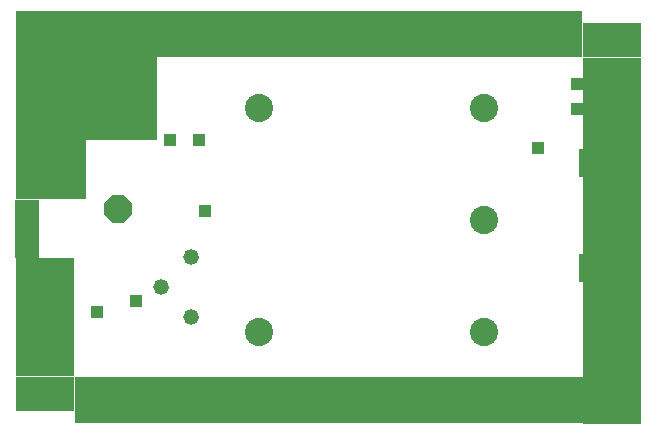
<source format=gbs>
G75*
G70*
%OFA0B0*%
%FSLAX24Y24*%
%IPPOS*%
%LPD*%
%AMOC8*
5,1,8,0,0,1.08239X$1,22.5*
%
%ADD10R,0.3150X0.3543*%
%ADD11R,1.8898X0.1575*%
%ADD12R,0.1969X0.1181*%
%ADD13R,0.1969X1.2205*%
%ADD14R,0.1969X0.3937*%
%ADD15R,0.0787X0.1969*%
%ADD16R,0.2362X0.4724*%
%ADD17R,0.2080X0.0980*%
%ADD18C,0.0940*%
%ADD19OC8,0.0930*%
%ADD20C,0.0520*%
%ADD21R,0.0437X0.0437*%
D10*
X009981Y015257D03*
D11*
X016280Y017029D03*
X018248Y004824D03*
D12*
X007815Y005021D03*
X026713Y016832D03*
D13*
X026713Y010139D03*
D14*
X007815Y007580D03*
D15*
X007225Y010533D03*
D16*
X008012Y013880D03*
D17*
X026657Y012721D03*
X026657Y009241D03*
D18*
X022437Y010834D03*
X022437Y007094D03*
X014957Y007094D03*
X014957Y014574D03*
X022437Y014574D03*
D19*
X010246Y011182D03*
D20*
X012680Y009591D03*
X011680Y008591D03*
X012680Y007591D03*
D21*
X010852Y008113D03*
X009532Y007743D03*
X008162Y006563D03*
X013130Y011124D03*
X012941Y013494D03*
X011981Y013494D03*
X011265Y014405D03*
X010478Y014405D03*
X009691Y014405D03*
X008903Y014405D03*
X008903Y015193D03*
X009691Y015193D03*
X010478Y015193D03*
X011265Y015193D03*
X011265Y015980D03*
X010478Y015980D03*
X009691Y015980D03*
X008903Y015980D03*
X008903Y016768D03*
X009691Y016768D03*
X010478Y016768D03*
X011265Y016768D03*
X007952Y013493D03*
X024258Y013224D03*
X025945Y012589D03*
X026995Y012599D03*
X025555Y014538D03*
X025540Y015347D03*
X026006Y009111D03*
X027076Y009121D03*
M02*

</source>
